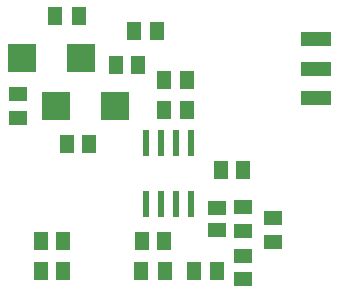
<source format=gtp>
G75*
G70*
%OFA0B0*%
%FSLAX24Y24*%
%IPPOS*%
%LPD*%
%AMOC8*
5,1,8,0,0,1.08239X$1,22.5*
%
%ADD10R,0.0512X0.0630*%
%ADD11R,0.0630X0.0512*%
%ADD12R,0.0945X0.0945*%
%ADD13R,0.0236X0.0866*%
%ADD14R,0.0984X0.0472*%
D10*
X002932Y002431D03*
X003680Y002431D03*
X003680Y003431D03*
X002932Y003431D03*
X006288Y002431D03*
X007075Y002431D03*
X008057Y002431D03*
X008805Y002431D03*
X007055Y003431D03*
X006307Y003431D03*
X008932Y005806D03*
X009680Y005806D03*
X007825Y007806D03*
X007038Y007806D03*
X007057Y008806D03*
X007805Y008806D03*
X006180Y009306D03*
X005432Y009306D03*
X006057Y010431D03*
X006805Y010431D03*
X004200Y010931D03*
X003413Y010931D03*
X003807Y006681D03*
X004555Y006681D03*
D11*
X002181Y007538D03*
X002181Y008325D03*
X008806Y004555D03*
X009681Y004575D03*
X009681Y003788D03*
X008806Y003807D03*
X009681Y002950D03*
X009681Y002163D03*
X010681Y003413D03*
X010681Y004200D03*
D12*
X005416Y007931D03*
X004291Y009556D03*
X003447Y007931D03*
X002322Y009556D03*
D13*
X006431Y006705D03*
X006931Y006705D03*
X007431Y006705D03*
X007931Y006705D03*
X007931Y004658D03*
X007431Y004658D03*
X006931Y004658D03*
X006431Y004658D03*
D14*
X012099Y008197D03*
X012099Y009181D03*
X012099Y010166D03*
M02*

</source>
